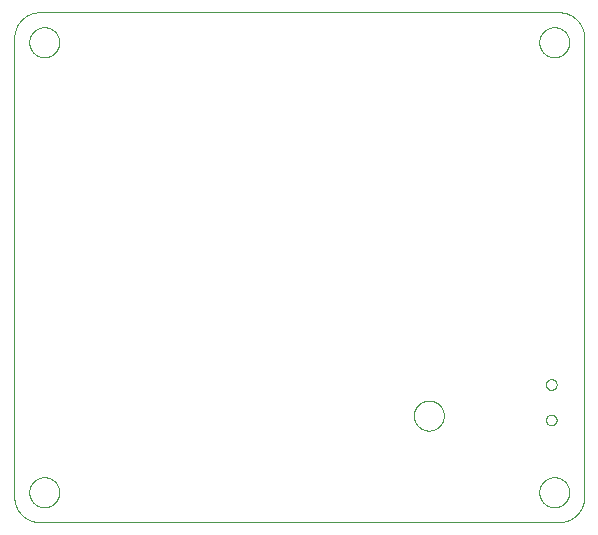
<source format=gm1>
G75*
%MOIN*%
%OFA0B0*%
%FSLAX25Y25*%
%IPPOS*%
%LPD*%
%AMOC8*
5,1,8,0,0,1.08239X$1,22.5*
%
%ADD10C,0.00000*%
D10*
X0009000Y0014936D02*
X0009000Y0167864D01*
X0009002Y0168070D01*
X0009010Y0168276D01*
X0009022Y0168482D01*
X0009040Y0168688D01*
X0009062Y0168893D01*
X0009090Y0169097D01*
X0009122Y0169301D01*
X0009159Y0169504D01*
X0009201Y0169706D01*
X0009248Y0169907D01*
X0009300Y0170106D01*
X0009356Y0170305D01*
X0009418Y0170502D01*
X0009484Y0170697D01*
X0009555Y0170891D01*
X0009630Y0171083D01*
X0009710Y0171273D01*
X0009795Y0171461D01*
X0009884Y0171647D01*
X0009978Y0171831D01*
X0010076Y0172012D01*
X0010178Y0172191D01*
X0010285Y0172368D01*
X0010396Y0172542D01*
X0010511Y0172713D01*
X0010630Y0172881D01*
X0010753Y0173047D01*
X0010881Y0173209D01*
X0011012Y0173368D01*
X0011147Y0173524D01*
X0011285Y0173677D01*
X0011428Y0173826D01*
X0011574Y0173972D01*
X0011723Y0174115D01*
X0011876Y0174253D01*
X0012032Y0174388D01*
X0012191Y0174519D01*
X0012353Y0174647D01*
X0012519Y0174770D01*
X0012687Y0174889D01*
X0012858Y0175004D01*
X0013032Y0175115D01*
X0013209Y0175222D01*
X0013388Y0175324D01*
X0013569Y0175422D01*
X0013753Y0175516D01*
X0013939Y0175605D01*
X0014127Y0175690D01*
X0014317Y0175770D01*
X0014509Y0175845D01*
X0014703Y0175916D01*
X0014898Y0175982D01*
X0015095Y0176044D01*
X0015294Y0176100D01*
X0015493Y0176152D01*
X0015694Y0176199D01*
X0015896Y0176241D01*
X0016099Y0176278D01*
X0016303Y0176310D01*
X0016507Y0176338D01*
X0016712Y0176360D01*
X0016918Y0176378D01*
X0017124Y0176390D01*
X0017330Y0176398D01*
X0017536Y0176400D01*
X0190464Y0176400D01*
X0190670Y0176398D01*
X0190876Y0176390D01*
X0191082Y0176378D01*
X0191288Y0176360D01*
X0191493Y0176338D01*
X0191697Y0176310D01*
X0191901Y0176278D01*
X0192104Y0176241D01*
X0192306Y0176199D01*
X0192507Y0176152D01*
X0192706Y0176100D01*
X0192905Y0176044D01*
X0193102Y0175982D01*
X0193297Y0175916D01*
X0193491Y0175845D01*
X0193683Y0175770D01*
X0193873Y0175690D01*
X0194061Y0175605D01*
X0194247Y0175516D01*
X0194431Y0175422D01*
X0194612Y0175324D01*
X0194791Y0175222D01*
X0194968Y0175115D01*
X0195142Y0175004D01*
X0195313Y0174889D01*
X0195481Y0174770D01*
X0195647Y0174647D01*
X0195809Y0174519D01*
X0195968Y0174388D01*
X0196124Y0174253D01*
X0196277Y0174115D01*
X0196426Y0173972D01*
X0196572Y0173826D01*
X0196715Y0173677D01*
X0196853Y0173524D01*
X0196988Y0173368D01*
X0197119Y0173209D01*
X0197247Y0173047D01*
X0197370Y0172881D01*
X0197489Y0172713D01*
X0197604Y0172542D01*
X0197715Y0172368D01*
X0197822Y0172191D01*
X0197924Y0172012D01*
X0198022Y0171831D01*
X0198116Y0171647D01*
X0198205Y0171461D01*
X0198290Y0171273D01*
X0198370Y0171083D01*
X0198445Y0170891D01*
X0198516Y0170697D01*
X0198582Y0170502D01*
X0198644Y0170305D01*
X0198700Y0170106D01*
X0198752Y0169907D01*
X0198799Y0169706D01*
X0198841Y0169504D01*
X0198878Y0169301D01*
X0198910Y0169097D01*
X0198938Y0168893D01*
X0198960Y0168688D01*
X0198978Y0168482D01*
X0198990Y0168276D01*
X0198998Y0168070D01*
X0199000Y0167864D01*
X0199000Y0014936D01*
X0198998Y0014730D01*
X0198990Y0014524D01*
X0198978Y0014318D01*
X0198960Y0014112D01*
X0198938Y0013907D01*
X0198910Y0013703D01*
X0198878Y0013499D01*
X0198841Y0013296D01*
X0198799Y0013094D01*
X0198752Y0012893D01*
X0198700Y0012694D01*
X0198644Y0012495D01*
X0198582Y0012298D01*
X0198516Y0012103D01*
X0198445Y0011909D01*
X0198370Y0011717D01*
X0198290Y0011527D01*
X0198205Y0011339D01*
X0198116Y0011153D01*
X0198022Y0010969D01*
X0197924Y0010788D01*
X0197822Y0010609D01*
X0197715Y0010432D01*
X0197604Y0010258D01*
X0197489Y0010087D01*
X0197370Y0009919D01*
X0197247Y0009753D01*
X0197119Y0009591D01*
X0196988Y0009432D01*
X0196853Y0009276D01*
X0196715Y0009123D01*
X0196572Y0008974D01*
X0196426Y0008828D01*
X0196277Y0008685D01*
X0196124Y0008547D01*
X0195968Y0008412D01*
X0195809Y0008281D01*
X0195647Y0008153D01*
X0195481Y0008030D01*
X0195313Y0007911D01*
X0195142Y0007796D01*
X0194968Y0007685D01*
X0194791Y0007578D01*
X0194612Y0007476D01*
X0194431Y0007378D01*
X0194247Y0007284D01*
X0194061Y0007195D01*
X0193873Y0007110D01*
X0193683Y0007030D01*
X0193491Y0006955D01*
X0193297Y0006884D01*
X0193102Y0006818D01*
X0192905Y0006756D01*
X0192706Y0006700D01*
X0192507Y0006648D01*
X0192306Y0006601D01*
X0192104Y0006559D01*
X0191901Y0006522D01*
X0191697Y0006490D01*
X0191493Y0006462D01*
X0191288Y0006440D01*
X0191082Y0006422D01*
X0190876Y0006410D01*
X0190670Y0006402D01*
X0190464Y0006400D01*
X0017536Y0006400D01*
X0017330Y0006402D01*
X0017124Y0006410D01*
X0016918Y0006422D01*
X0016712Y0006440D01*
X0016507Y0006462D01*
X0016303Y0006490D01*
X0016099Y0006522D01*
X0015896Y0006559D01*
X0015694Y0006601D01*
X0015493Y0006648D01*
X0015294Y0006700D01*
X0015095Y0006756D01*
X0014898Y0006818D01*
X0014703Y0006884D01*
X0014509Y0006955D01*
X0014317Y0007030D01*
X0014127Y0007110D01*
X0013939Y0007195D01*
X0013753Y0007284D01*
X0013569Y0007378D01*
X0013388Y0007476D01*
X0013209Y0007578D01*
X0013032Y0007685D01*
X0012858Y0007796D01*
X0012687Y0007911D01*
X0012519Y0008030D01*
X0012353Y0008153D01*
X0012191Y0008281D01*
X0012032Y0008412D01*
X0011876Y0008547D01*
X0011723Y0008685D01*
X0011574Y0008828D01*
X0011428Y0008974D01*
X0011285Y0009123D01*
X0011147Y0009276D01*
X0011012Y0009432D01*
X0010881Y0009591D01*
X0010753Y0009753D01*
X0010630Y0009919D01*
X0010511Y0010087D01*
X0010396Y0010258D01*
X0010285Y0010432D01*
X0010178Y0010609D01*
X0010076Y0010788D01*
X0009978Y0010969D01*
X0009884Y0011153D01*
X0009795Y0011339D01*
X0009710Y0011527D01*
X0009630Y0011717D01*
X0009555Y0011909D01*
X0009484Y0012103D01*
X0009418Y0012298D01*
X0009356Y0012495D01*
X0009300Y0012694D01*
X0009248Y0012893D01*
X0009201Y0013094D01*
X0009159Y0013296D01*
X0009122Y0013499D01*
X0009090Y0013703D01*
X0009062Y0013907D01*
X0009040Y0014112D01*
X0009022Y0014318D01*
X0009010Y0014524D01*
X0009002Y0014730D01*
X0009000Y0014936D01*
X0014000Y0016400D02*
X0014002Y0016541D01*
X0014008Y0016682D01*
X0014018Y0016822D01*
X0014032Y0016962D01*
X0014050Y0017102D01*
X0014071Y0017241D01*
X0014097Y0017380D01*
X0014126Y0017518D01*
X0014160Y0017654D01*
X0014197Y0017790D01*
X0014238Y0017925D01*
X0014283Y0018059D01*
X0014332Y0018191D01*
X0014384Y0018322D01*
X0014440Y0018451D01*
X0014500Y0018578D01*
X0014563Y0018704D01*
X0014629Y0018828D01*
X0014700Y0018951D01*
X0014773Y0019071D01*
X0014850Y0019189D01*
X0014930Y0019305D01*
X0015014Y0019418D01*
X0015100Y0019529D01*
X0015190Y0019638D01*
X0015283Y0019744D01*
X0015378Y0019847D01*
X0015477Y0019948D01*
X0015578Y0020046D01*
X0015682Y0020141D01*
X0015789Y0020233D01*
X0015898Y0020322D01*
X0016010Y0020407D01*
X0016124Y0020490D01*
X0016240Y0020570D01*
X0016359Y0020646D01*
X0016480Y0020718D01*
X0016602Y0020788D01*
X0016727Y0020853D01*
X0016853Y0020916D01*
X0016981Y0020974D01*
X0017111Y0021029D01*
X0017242Y0021081D01*
X0017375Y0021128D01*
X0017509Y0021172D01*
X0017644Y0021213D01*
X0017780Y0021249D01*
X0017917Y0021281D01*
X0018055Y0021310D01*
X0018193Y0021335D01*
X0018333Y0021355D01*
X0018473Y0021372D01*
X0018613Y0021385D01*
X0018754Y0021394D01*
X0018894Y0021399D01*
X0019035Y0021400D01*
X0019176Y0021397D01*
X0019317Y0021390D01*
X0019457Y0021379D01*
X0019597Y0021364D01*
X0019737Y0021345D01*
X0019876Y0021323D01*
X0020014Y0021296D01*
X0020152Y0021266D01*
X0020288Y0021231D01*
X0020424Y0021193D01*
X0020558Y0021151D01*
X0020692Y0021105D01*
X0020824Y0021056D01*
X0020954Y0021002D01*
X0021083Y0020945D01*
X0021210Y0020885D01*
X0021336Y0020821D01*
X0021459Y0020753D01*
X0021581Y0020682D01*
X0021701Y0020608D01*
X0021818Y0020530D01*
X0021933Y0020449D01*
X0022046Y0020365D01*
X0022157Y0020278D01*
X0022265Y0020187D01*
X0022370Y0020094D01*
X0022473Y0019997D01*
X0022573Y0019898D01*
X0022670Y0019796D01*
X0022764Y0019691D01*
X0022855Y0019584D01*
X0022943Y0019474D01*
X0023028Y0019362D01*
X0023110Y0019247D01*
X0023189Y0019130D01*
X0023264Y0019011D01*
X0023336Y0018890D01*
X0023404Y0018767D01*
X0023469Y0018642D01*
X0023531Y0018515D01*
X0023588Y0018386D01*
X0023643Y0018256D01*
X0023693Y0018125D01*
X0023740Y0017992D01*
X0023783Y0017858D01*
X0023822Y0017722D01*
X0023857Y0017586D01*
X0023889Y0017449D01*
X0023916Y0017311D01*
X0023940Y0017172D01*
X0023960Y0017032D01*
X0023976Y0016892D01*
X0023988Y0016752D01*
X0023996Y0016611D01*
X0024000Y0016470D01*
X0024000Y0016330D01*
X0023996Y0016189D01*
X0023988Y0016048D01*
X0023976Y0015908D01*
X0023960Y0015768D01*
X0023940Y0015628D01*
X0023916Y0015489D01*
X0023889Y0015351D01*
X0023857Y0015214D01*
X0023822Y0015078D01*
X0023783Y0014942D01*
X0023740Y0014808D01*
X0023693Y0014675D01*
X0023643Y0014544D01*
X0023588Y0014414D01*
X0023531Y0014285D01*
X0023469Y0014158D01*
X0023404Y0014033D01*
X0023336Y0013910D01*
X0023264Y0013789D01*
X0023189Y0013670D01*
X0023110Y0013553D01*
X0023028Y0013438D01*
X0022943Y0013326D01*
X0022855Y0013216D01*
X0022764Y0013109D01*
X0022670Y0013004D01*
X0022573Y0012902D01*
X0022473Y0012803D01*
X0022370Y0012706D01*
X0022265Y0012613D01*
X0022157Y0012522D01*
X0022046Y0012435D01*
X0021933Y0012351D01*
X0021818Y0012270D01*
X0021701Y0012192D01*
X0021581Y0012118D01*
X0021459Y0012047D01*
X0021336Y0011979D01*
X0021210Y0011915D01*
X0021083Y0011855D01*
X0020954Y0011798D01*
X0020824Y0011744D01*
X0020692Y0011695D01*
X0020558Y0011649D01*
X0020424Y0011607D01*
X0020288Y0011569D01*
X0020152Y0011534D01*
X0020014Y0011504D01*
X0019876Y0011477D01*
X0019737Y0011455D01*
X0019597Y0011436D01*
X0019457Y0011421D01*
X0019317Y0011410D01*
X0019176Y0011403D01*
X0019035Y0011400D01*
X0018894Y0011401D01*
X0018754Y0011406D01*
X0018613Y0011415D01*
X0018473Y0011428D01*
X0018333Y0011445D01*
X0018193Y0011465D01*
X0018055Y0011490D01*
X0017917Y0011519D01*
X0017780Y0011551D01*
X0017644Y0011587D01*
X0017509Y0011628D01*
X0017375Y0011672D01*
X0017242Y0011719D01*
X0017111Y0011771D01*
X0016981Y0011826D01*
X0016853Y0011884D01*
X0016727Y0011947D01*
X0016602Y0012012D01*
X0016480Y0012082D01*
X0016359Y0012154D01*
X0016240Y0012230D01*
X0016124Y0012310D01*
X0016010Y0012393D01*
X0015898Y0012478D01*
X0015789Y0012567D01*
X0015682Y0012659D01*
X0015578Y0012754D01*
X0015477Y0012852D01*
X0015378Y0012953D01*
X0015283Y0013056D01*
X0015190Y0013162D01*
X0015100Y0013271D01*
X0015014Y0013382D01*
X0014930Y0013495D01*
X0014850Y0013611D01*
X0014773Y0013729D01*
X0014700Y0013849D01*
X0014629Y0013972D01*
X0014563Y0014096D01*
X0014500Y0014222D01*
X0014440Y0014349D01*
X0014384Y0014478D01*
X0014332Y0014609D01*
X0014283Y0014741D01*
X0014238Y0014875D01*
X0014197Y0015010D01*
X0014160Y0015146D01*
X0014126Y0015282D01*
X0014097Y0015420D01*
X0014071Y0015559D01*
X0014050Y0015698D01*
X0014032Y0015838D01*
X0014018Y0015978D01*
X0014008Y0016118D01*
X0014002Y0016259D01*
X0014000Y0016400D01*
X0142189Y0041951D02*
X0142191Y0042092D01*
X0142197Y0042233D01*
X0142207Y0042373D01*
X0142221Y0042513D01*
X0142239Y0042653D01*
X0142260Y0042792D01*
X0142286Y0042931D01*
X0142315Y0043069D01*
X0142349Y0043205D01*
X0142386Y0043341D01*
X0142427Y0043476D01*
X0142472Y0043610D01*
X0142521Y0043742D01*
X0142573Y0043873D01*
X0142629Y0044002D01*
X0142689Y0044129D01*
X0142752Y0044255D01*
X0142818Y0044379D01*
X0142889Y0044502D01*
X0142962Y0044622D01*
X0143039Y0044740D01*
X0143119Y0044856D01*
X0143203Y0044969D01*
X0143289Y0045080D01*
X0143379Y0045189D01*
X0143472Y0045295D01*
X0143567Y0045398D01*
X0143666Y0045499D01*
X0143767Y0045597D01*
X0143871Y0045692D01*
X0143978Y0045784D01*
X0144087Y0045873D01*
X0144199Y0045958D01*
X0144313Y0046041D01*
X0144429Y0046121D01*
X0144548Y0046197D01*
X0144669Y0046269D01*
X0144791Y0046339D01*
X0144916Y0046404D01*
X0145042Y0046467D01*
X0145170Y0046525D01*
X0145300Y0046580D01*
X0145431Y0046632D01*
X0145564Y0046679D01*
X0145698Y0046723D01*
X0145833Y0046764D01*
X0145969Y0046800D01*
X0146106Y0046832D01*
X0146244Y0046861D01*
X0146382Y0046886D01*
X0146522Y0046906D01*
X0146662Y0046923D01*
X0146802Y0046936D01*
X0146943Y0046945D01*
X0147083Y0046950D01*
X0147224Y0046951D01*
X0147365Y0046948D01*
X0147506Y0046941D01*
X0147646Y0046930D01*
X0147786Y0046915D01*
X0147926Y0046896D01*
X0148065Y0046874D01*
X0148203Y0046847D01*
X0148341Y0046817D01*
X0148477Y0046782D01*
X0148613Y0046744D01*
X0148747Y0046702D01*
X0148881Y0046656D01*
X0149013Y0046607D01*
X0149143Y0046553D01*
X0149272Y0046496D01*
X0149399Y0046436D01*
X0149525Y0046372D01*
X0149648Y0046304D01*
X0149770Y0046233D01*
X0149890Y0046159D01*
X0150007Y0046081D01*
X0150122Y0046000D01*
X0150235Y0045916D01*
X0150346Y0045829D01*
X0150454Y0045738D01*
X0150559Y0045645D01*
X0150662Y0045548D01*
X0150762Y0045449D01*
X0150859Y0045347D01*
X0150953Y0045242D01*
X0151044Y0045135D01*
X0151132Y0045025D01*
X0151217Y0044913D01*
X0151299Y0044798D01*
X0151378Y0044681D01*
X0151453Y0044562D01*
X0151525Y0044441D01*
X0151593Y0044318D01*
X0151658Y0044193D01*
X0151720Y0044066D01*
X0151777Y0043937D01*
X0151832Y0043807D01*
X0151882Y0043676D01*
X0151929Y0043543D01*
X0151972Y0043409D01*
X0152011Y0043273D01*
X0152046Y0043137D01*
X0152078Y0043000D01*
X0152105Y0042862D01*
X0152129Y0042723D01*
X0152149Y0042583D01*
X0152165Y0042443D01*
X0152177Y0042303D01*
X0152185Y0042162D01*
X0152189Y0042021D01*
X0152189Y0041881D01*
X0152185Y0041740D01*
X0152177Y0041599D01*
X0152165Y0041459D01*
X0152149Y0041319D01*
X0152129Y0041179D01*
X0152105Y0041040D01*
X0152078Y0040902D01*
X0152046Y0040765D01*
X0152011Y0040629D01*
X0151972Y0040493D01*
X0151929Y0040359D01*
X0151882Y0040226D01*
X0151832Y0040095D01*
X0151777Y0039965D01*
X0151720Y0039836D01*
X0151658Y0039709D01*
X0151593Y0039584D01*
X0151525Y0039461D01*
X0151453Y0039340D01*
X0151378Y0039221D01*
X0151299Y0039104D01*
X0151217Y0038989D01*
X0151132Y0038877D01*
X0151044Y0038767D01*
X0150953Y0038660D01*
X0150859Y0038555D01*
X0150762Y0038453D01*
X0150662Y0038354D01*
X0150559Y0038257D01*
X0150454Y0038164D01*
X0150346Y0038073D01*
X0150235Y0037986D01*
X0150122Y0037902D01*
X0150007Y0037821D01*
X0149890Y0037743D01*
X0149770Y0037669D01*
X0149648Y0037598D01*
X0149525Y0037530D01*
X0149399Y0037466D01*
X0149272Y0037406D01*
X0149143Y0037349D01*
X0149013Y0037295D01*
X0148881Y0037246D01*
X0148747Y0037200D01*
X0148613Y0037158D01*
X0148477Y0037120D01*
X0148341Y0037085D01*
X0148203Y0037055D01*
X0148065Y0037028D01*
X0147926Y0037006D01*
X0147786Y0036987D01*
X0147646Y0036972D01*
X0147506Y0036961D01*
X0147365Y0036954D01*
X0147224Y0036951D01*
X0147083Y0036952D01*
X0146943Y0036957D01*
X0146802Y0036966D01*
X0146662Y0036979D01*
X0146522Y0036996D01*
X0146382Y0037016D01*
X0146244Y0037041D01*
X0146106Y0037070D01*
X0145969Y0037102D01*
X0145833Y0037138D01*
X0145698Y0037179D01*
X0145564Y0037223D01*
X0145431Y0037270D01*
X0145300Y0037322D01*
X0145170Y0037377D01*
X0145042Y0037435D01*
X0144916Y0037498D01*
X0144791Y0037563D01*
X0144669Y0037633D01*
X0144548Y0037705D01*
X0144429Y0037781D01*
X0144313Y0037861D01*
X0144199Y0037944D01*
X0144087Y0038029D01*
X0143978Y0038118D01*
X0143871Y0038210D01*
X0143767Y0038305D01*
X0143666Y0038403D01*
X0143567Y0038504D01*
X0143472Y0038607D01*
X0143379Y0038713D01*
X0143289Y0038822D01*
X0143203Y0038933D01*
X0143119Y0039046D01*
X0143039Y0039162D01*
X0142962Y0039280D01*
X0142889Y0039400D01*
X0142818Y0039523D01*
X0142752Y0039647D01*
X0142689Y0039773D01*
X0142629Y0039900D01*
X0142573Y0040029D01*
X0142521Y0040160D01*
X0142472Y0040292D01*
X0142427Y0040426D01*
X0142386Y0040561D01*
X0142349Y0040697D01*
X0142315Y0040833D01*
X0142286Y0040971D01*
X0142260Y0041110D01*
X0142239Y0041249D01*
X0142221Y0041389D01*
X0142207Y0041529D01*
X0142197Y0041669D01*
X0142191Y0041810D01*
X0142189Y0041951D01*
X0186228Y0040494D02*
X0186230Y0040578D01*
X0186236Y0040661D01*
X0186246Y0040744D01*
X0186260Y0040827D01*
X0186277Y0040909D01*
X0186299Y0040990D01*
X0186324Y0041069D01*
X0186353Y0041148D01*
X0186386Y0041225D01*
X0186422Y0041300D01*
X0186462Y0041374D01*
X0186505Y0041446D01*
X0186552Y0041515D01*
X0186602Y0041582D01*
X0186655Y0041647D01*
X0186711Y0041709D01*
X0186769Y0041769D01*
X0186831Y0041826D01*
X0186895Y0041879D01*
X0186962Y0041930D01*
X0187031Y0041977D01*
X0187102Y0042022D01*
X0187175Y0042062D01*
X0187250Y0042099D01*
X0187327Y0042133D01*
X0187405Y0042163D01*
X0187484Y0042189D01*
X0187565Y0042212D01*
X0187647Y0042230D01*
X0187729Y0042245D01*
X0187812Y0042256D01*
X0187895Y0042263D01*
X0187979Y0042266D01*
X0188063Y0042265D01*
X0188146Y0042260D01*
X0188230Y0042251D01*
X0188312Y0042238D01*
X0188394Y0042222D01*
X0188475Y0042201D01*
X0188556Y0042177D01*
X0188634Y0042149D01*
X0188712Y0042117D01*
X0188788Y0042081D01*
X0188862Y0042042D01*
X0188934Y0042000D01*
X0189004Y0041954D01*
X0189072Y0041905D01*
X0189137Y0041853D01*
X0189200Y0041798D01*
X0189260Y0041740D01*
X0189318Y0041679D01*
X0189372Y0041615D01*
X0189424Y0041549D01*
X0189472Y0041481D01*
X0189517Y0041410D01*
X0189558Y0041337D01*
X0189597Y0041263D01*
X0189631Y0041187D01*
X0189662Y0041109D01*
X0189689Y0041030D01*
X0189713Y0040949D01*
X0189732Y0040868D01*
X0189748Y0040786D01*
X0189760Y0040703D01*
X0189768Y0040619D01*
X0189772Y0040536D01*
X0189772Y0040452D01*
X0189768Y0040369D01*
X0189760Y0040285D01*
X0189748Y0040202D01*
X0189732Y0040120D01*
X0189713Y0040039D01*
X0189689Y0039958D01*
X0189662Y0039879D01*
X0189631Y0039801D01*
X0189597Y0039725D01*
X0189558Y0039651D01*
X0189517Y0039578D01*
X0189472Y0039507D01*
X0189424Y0039439D01*
X0189372Y0039373D01*
X0189318Y0039309D01*
X0189260Y0039248D01*
X0189200Y0039190D01*
X0189137Y0039135D01*
X0189072Y0039083D01*
X0189004Y0039034D01*
X0188934Y0038988D01*
X0188862Y0038946D01*
X0188788Y0038907D01*
X0188712Y0038871D01*
X0188634Y0038839D01*
X0188556Y0038811D01*
X0188475Y0038787D01*
X0188394Y0038766D01*
X0188312Y0038750D01*
X0188230Y0038737D01*
X0188146Y0038728D01*
X0188063Y0038723D01*
X0187979Y0038722D01*
X0187895Y0038725D01*
X0187812Y0038732D01*
X0187729Y0038743D01*
X0187647Y0038758D01*
X0187565Y0038776D01*
X0187484Y0038799D01*
X0187405Y0038825D01*
X0187327Y0038855D01*
X0187250Y0038889D01*
X0187175Y0038926D01*
X0187102Y0038966D01*
X0187031Y0039011D01*
X0186962Y0039058D01*
X0186895Y0039109D01*
X0186831Y0039162D01*
X0186769Y0039219D01*
X0186711Y0039279D01*
X0186655Y0039341D01*
X0186602Y0039406D01*
X0186552Y0039473D01*
X0186505Y0039542D01*
X0186462Y0039614D01*
X0186422Y0039688D01*
X0186386Y0039763D01*
X0186353Y0039840D01*
X0186324Y0039919D01*
X0186299Y0039998D01*
X0186277Y0040079D01*
X0186260Y0040161D01*
X0186246Y0040244D01*
X0186236Y0040327D01*
X0186230Y0040410D01*
X0186228Y0040494D01*
X0186228Y0052306D02*
X0186230Y0052390D01*
X0186236Y0052473D01*
X0186246Y0052556D01*
X0186260Y0052639D01*
X0186277Y0052721D01*
X0186299Y0052802D01*
X0186324Y0052881D01*
X0186353Y0052960D01*
X0186386Y0053037D01*
X0186422Y0053112D01*
X0186462Y0053186D01*
X0186505Y0053258D01*
X0186552Y0053327D01*
X0186602Y0053394D01*
X0186655Y0053459D01*
X0186711Y0053521D01*
X0186769Y0053581D01*
X0186831Y0053638D01*
X0186895Y0053691D01*
X0186962Y0053742D01*
X0187031Y0053789D01*
X0187102Y0053834D01*
X0187175Y0053874D01*
X0187250Y0053911D01*
X0187327Y0053945D01*
X0187405Y0053975D01*
X0187484Y0054001D01*
X0187565Y0054024D01*
X0187647Y0054042D01*
X0187729Y0054057D01*
X0187812Y0054068D01*
X0187895Y0054075D01*
X0187979Y0054078D01*
X0188063Y0054077D01*
X0188146Y0054072D01*
X0188230Y0054063D01*
X0188312Y0054050D01*
X0188394Y0054034D01*
X0188475Y0054013D01*
X0188556Y0053989D01*
X0188634Y0053961D01*
X0188712Y0053929D01*
X0188788Y0053893D01*
X0188862Y0053854D01*
X0188934Y0053812D01*
X0189004Y0053766D01*
X0189072Y0053717D01*
X0189137Y0053665D01*
X0189200Y0053610D01*
X0189260Y0053552D01*
X0189318Y0053491D01*
X0189372Y0053427D01*
X0189424Y0053361D01*
X0189472Y0053293D01*
X0189517Y0053222D01*
X0189558Y0053149D01*
X0189597Y0053075D01*
X0189631Y0052999D01*
X0189662Y0052921D01*
X0189689Y0052842D01*
X0189713Y0052761D01*
X0189732Y0052680D01*
X0189748Y0052598D01*
X0189760Y0052515D01*
X0189768Y0052431D01*
X0189772Y0052348D01*
X0189772Y0052264D01*
X0189768Y0052181D01*
X0189760Y0052097D01*
X0189748Y0052014D01*
X0189732Y0051932D01*
X0189713Y0051851D01*
X0189689Y0051770D01*
X0189662Y0051691D01*
X0189631Y0051613D01*
X0189597Y0051537D01*
X0189558Y0051463D01*
X0189517Y0051390D01*
X0189472Y0051319D01*
X0189424Y0051251D01*
X0189372Y0051185D01*
X0189318Y0051121D01*
X0189260Y0051060D01*
X0189200Y0051002D01*
X0189137Y0050947D01*
X0189072Y0050895D01*
X0189004Y0050846D01*
X0188934Y0050800D01*
X0188862Y0050758D01*
X0188788Y0050719D01*
X0188712Y0050683D01*
X0188634Y0050651D01*
X0188556Y0050623D01*
X0188475Y0050599D01*
X0188394Y0050578D01*
X0188312Y0050562D01*
X0188230Y0050549D01*
X0188146Y0050540D01*
X0188063Y0050535D01*
X0187979Y0050534D01*
X0187895Y0050537D01*
X0187812Y0050544D01*
X0187729Y0050555D01*
X0187647Y0050570D01*
X0187565Y0050588D01*
X0187484Y0050611D01*
X0187405Y0050637D01*
X0187327Y0050667D01*
X0187250Y0050701D01*
X0187175Y0050738D01*
X0187102Y0050778D01*
X0187031Y0050823D01*
X0186962Y0050870D01*
X0186895Y0050921D01*
X0186831Y0050974D01*
X0186769Y0051031D01*
X0186711Y0051091D01*
X0186655Y0051153D01*
X0186602Y0051218D01*
X0186552Y0051285D01*
X0186505Y0051354D01*
X0186462Y0051426D01*
X0186422Y0051500D01*
X0186386Y0051575D01*
X0186353Y0051652D01*
X0186324Y0051731D01*
X0186299Y0051810D01*
X0186277Y0051891D01*
X0186260Y0051973D01*
X0186246Y0052056D01*
X0186236Y0052139D01*
X0186230Y0052222D01*
X0186228Y0052306D01*
X0184000Y0016400D02*
X0184002Y0016541D01*
X0184008Y0016682D01*
X0184018Y0016822D01*
X0184032Y0016962D01*
X0184050Y0017102D01*
X0184071Y0017241D01*
X0184097Y0017380D01*
X0184126Y0017518D01*
X0184160Y0017654D01*
X0184197Y0017790D01*
X0184238Y0017925D01*
X0184283Y0018059D01*
X0184332Y0018191D01*
X0184384Y0018322D01*
X0184440Y0018451D01*
X0184500Y0018578D01*
X0184563Y0018704D01*
X0184629Y0018828D01*
X0184700Y0018951D01*
X0184773Y0019071D01*
X0184850Y0019189D01*
X0184930Y0019305D01*
X0185014Y0019418D01*
X0185100Y0019529D01*
X0185190Y0019638D01*
X0185283Y0019744D01*
X0185378Y0019847D01*
X0185477Y0019948D01*
X0185578Y0020046D01*
X0185682Y0020141D01*
X0185789Y0020233D01*
X0185898Y0020322D01*
X0186010Y0020407D01*
X0186124Y0020490D01*
X0186240Y0020570D01*
X0186359Y0020646D01*
X0186480Y0020718D01*
X0186602Y0020788D01*
X0186727Y0020853D01*
X0186853Y0020916D01*
X0186981Y0020974D01*
X0187111Y0021029D01*
X0187242Y0021081D01*
X0187375Y0021128D01*
X0187509Y0021172D01*
X0187644Y0021213D01*
X0187780Y0021249D01*
X0187917Y0021281D01*
X0188055Y0021310D01*
X0188193Y0021335D01*
X0188333Y0021355D01*
X0188473Y0021372D01*
X0188613Y0021385D01*
X0188754Y0021394D01*
X0188894Y0021399D01*
X0189035Y0021400D01*
X0189176Y0021397D01*
X0189317Y0021390D01*
X0189457Y0021379D01*
X0189597Y0021364D01*
X0189737Y0021345D01*
X0189876Y0021323D01*
X0190014Y0021296D01*
X0190152Y0021266D01*
X0190288Y0021231D01*
X0190424Y0021193D01*
X0190558Y0021151D01*
X0190692Y0021105D01*
X0190824Y0021056D01*
X0190954Y0021002D01*
X0191083Y0020945D01*
X0191210Y0020885D01*
X0191336Y0020821D01*
X0191459Y0020753D01*
X0191581Y0020682D01*
X0191701Y0020608D01*
X0191818Y0020530D01*
X0191933Y0020449D01*
X0192046Y0020365D01*
X0192157Y0020278D01*
X0192265Y0020187D01*
X0192370Y0020094D01*
X0192473Y0019997D01*
X0192573Y0019898D01*
X0192670Y0019796D01*
X0192764Y0019691D01*
X0192855Y0019584D01*
X0192943Y0019474D01*
X0193028Y0019362D01*
X0193110Y0019247D01*
X0193189Y0019130D01*
X0193264Y0019011D01*
X0193336Y0018890D01*
X0193404Y0018767D01*
X0193469Y0018642D01*
X0193531Y0018515D01*
X0193588Y0018386D01*
X0193643Y0018256D01*
X0193693Y0018125D01*
X0193740Y0017992D01*
X0193783Y0017858D01*
X0193822Y0017722D01*
X0193857Y0017586D01*
X0193889Y0017449D01*
X0193916Y0017311D01*
X0193940Y0017172D01*
X0193960Y0017032D01*
X0193976Y0016892D01*
X0193988Y0016752D01*
X0193996Y0016611D01*
X0194000Y0016470D01*
X0194000Y0016330D01*
X0193996Y0016189D01*
X0193988Y0016048D01*
X0193976Y0015908D01*
X0193960Y0015768D01*
X0193940Y0015628D01*
X0193916Y0015489D01*
X0193889Y0015351D01*
X0193857Y0015214D01*
X0193822Y0015078D01*
X0193783Y0014942D01*
X0193740Y0014808D01*
X0193693Y0014675D01*
X0193643Y0014544D01*
X0193588Y0014414D01*
X0193531Y0014285D01*
X0193469Y0014158D01*
X0193404Y0014033D01*
X0193336Y0013910D01*
X0193264Y0013789D01*
X0193189Y0013670D01*
X0193110Y0013553D01*
X0193028Y0013438D01*
X0192943Y0013326D01*
X0192855Y0013216D01*
X0192764Y0013109D01*
X0192670Y0013004D01*
X0192573Y0012902D01*
X0192473Y0012803D01*
X0192370Y0012706D01*
X0192265Y0012613D01*
X0192157Y0012522D01*
X0192046Y0012435D01*
X0191933Y0012351D01*
X0191818Y0012270D01*
X0191701Y0012192D01*
X0191581Y0012118D01*
X0191459Y0012047D01*
X0191336Y0011979D01*
X0191210Y0011915D01*
X0191083Y0011855D01*
X0190954Y0011798D01*
X0190824Y0011744D01*
X0190692Y0011695D01*
X0190558Y0011649D01*
X0190424Y0011607D01*
X0190288Y0011569D01*
X0190152Y0011534D01*
X0190014Y0011504D01*
X0189876Y0011477D01*
X0189737Y0011455D01*
X0189597Y0011436D01*
X0189457Y0011421D01*
X0189317Y0011410D01*
X0189176Y0011403D01*
X0189035Y0011400D01*
X0188894Y0011401D01*
X0188754Y0011406D01*
X0188613Y0011415D01*
X0188473Y0011428D01*
X0188333Y0011445D01*
X0188193Y0011465D01*
X0188055Y0011490D01*
X0187917Y0011519D01*
X0187780Y0011551D01*
X0187644Y0011587D01*
X0187509Y0011628D01*
X0187375Y0011672D01*
X0187242Y0011719D01*
X0187111Y0011771D01*
X0186981Y0011826D01*
X0186853Y0011884D01*
X0186727Y0011947D01*
X0186602Y0012012D01*
X0186480Y0012082D01*
X0186359Y0012154D01*
X0186240Y0012230D01*
X0186124Y0012310D01*
X0186010Y0012393D01*
X0185898Y0012478D01*
X0185789Y0012567D01*
X0185682Y0012659D01*
X0185578Y0012754D01*
X0185477Y0012852D01*
X0185378Y0012953D01*
X0185283Y0013056D01*
X0185190Y0013162D01*
X0185100Y0013271D01*
X0185014Y0013382D01*
X0184930Y0013495D01*
X0184850Y0013611D01*
X0184773Y0013729D01*
X0184700Y0013849D01*
X0184629Y0013972D01*
X0184563Y0014096D01*
X0184500Y0014222D01*
X0184440Y0014349D01*
X0184384Y0014478D01*
X0184332Y0014609D01*
X0184283Y0014741D01*
X0184238Y0014875D01*
X0184197Y0015010D01*
X0184160Y0015146D01*
X0184126Y0015282D01*
X0184097Y0015420D01*
X0184071Y0015559D01*
X0184050Y0015698D01*
X0184032Y0015838D01*
X0184018Y0015978D01*
X0184008Y0016118D01*
X0184002Y0016259D01*
X0184000Y0016400D01*
X0184000Y0166400D02*
X0184002Y0166541D01*
X0184008Y0166682D01*
X0184018Y0166822D01*
X0184032Y0166962D01*
X0184050Y0167102D01*
X0184071Y0167241D01*
X0184097Y0167380D01*
X0184126Y0167518D01*
X0184160Y0167654D01*
X0184197Y0167790D01*
X0184238Y0167925D01*
X0184283Y0168059D01*
X0184332Y0168191D01*
X0184384Y0168322D01*
X0184440Y0168451D01*
X0184500Y0168578D01*
X0184563Y0168704D01*
X0184629Y0168828D01*
X0184700Y0168951D01*
X0184773Y0169071D01*
X0184850Y0169189D01*
X0184930Y0169305D01*
X0185014Y0169418D01*
X0185100Y0169529D01*
X0185190Y0169638D01*
X0185283Y0169744D01*
X0185378Y0169847D01*
X0185477Y0169948D01*
X0185578Y0170046D01*
X0185682Y0170141D01*
X0185789Y0170233D01*
X0185898Y0170322D01*
X0186010Y0170407D01*
X0186124Y0170490D01*
X0186240Y0170570D01*
X0186359Y0170646D01*
X0186480Y0170718D01*
X0186602Y0170788D01*
X0186727Y0170853D01*
X0186853Y0170916D01*
X0186981Y0170974D01*
X0187111Y0171029D01*
X0187242Y0171081D01*
X0187375Y0171128D01*
X0187509Y0171172D01*
X0187644Y0171213D01*
X0187780Y0171249D01*
X0187917Y0171281D01*
X0188055Y0171310D01*
X0188193Y0171335D01*
X0188333Y0171355D01*
X0188473Y0171372D01*
X0188613Y0171385D01*
X0188754Y0171394D01*
X0188894Y0171399D01*
X0189035Y0171400D01*
X0189176Y0171397D01*
X0189317Y0171390D01*
X0189457Y0171379D01*
X0189597Y0171364D01*
X0189737Y0171345D01*
X0189876Y0171323D01*
X0190014Y0171296D01*
X0190152Y0171266D01*
X0190288Y0171231D01*
X0190424Y0171193D01*
X0190558Y0171151D01*
X0190692Y0171105D01*
X0190824Y0171056D01*
X0190954Y0171002D01*
X0191083Y0170945D01*
X0191210Y0170885D01*
X0191336Y0170821D01*
X0191459Y0170753D01*
X0191581Y0170682D01*
X0191701Y0170608D01*
X0191818Y0170530D01*
X0191933Y0170449D01*
X0192046Y0170365D01*
X0192157Y0170278D01*
X0192265Y0170187D01*
X0192370Y0170094D01*
X0192473Y0169997D01*
X0192573Y0169898D01*
X0192670Y0169796D01*
X0192764Y0169691D01*
X0192855Y0169584D01*
X0192943Y0169474D01*
X0193028Y0169362D01*
X0193110Y0169247D01*
X0193189Y0169130D01*
X0193264Y0169011D01*
X0193336Y0168890D01*
X0193404Y0168767D01*
X0193469Y0168642D01*
X0193531Y0168515D01*
X0193588Y0168386D01*
X0193643Y0168256D01*
X0193693Y0168125D01*
X0193740Y0167992D01*
X0193783Y0167858D01*
X0193822Y0167722D01*
X0193857Y0167586D01*
X0193889Y0167449D01*
X0193916Y0167311D01*
X0193940Y0167172D01*
X0193960Y0167032D01*
X0193976Y0166892D01*
X0193988Y0166752D01*
X0193996Y0166611D01*
X0194000Y0166470D01*
X0194000Y0166330D01*
X0193996Y0166189D01*
X0193988Y0166048D01*
X0193976Y0165908D01*
X0193960Y0165768D01*
X0193940Y0165628D01*
X0193916Y0165489D01*
X0193889Y0165351D01*
X0193857Y0165214D01*
X0193822Y0165078D01*
X0193783Y0164942D01*
X0193740Y0164808D01*
X0193693Y0164675D01*
X0193643Y0164544D01*
X0193588Y0164414D01*
X0193531Y0164285D01*
X0193469Y0164158D01*
X0193404Y0164033D01*
X0193336Y0163910D01*
X0193264Y0163789D01*
X0193189Y0163670D01*
X0193110Y0163553D01*
X0193028Y0163438D01*
X0192943Y0163326D01*
X0192855Y0163216D01*
X0192764Y0163109D01*
X0192670Y0163004D01*
X0192573Y0162902D01*
X0192473Y0162803D01*
X0192370Y0162706D01*
X0192265Y0162613D01*
X0192157Y0162522D01*
X0192046Y0162435D01*
X0191933Y0162351D01*
X0191818Y0162270D01*
X0191701Y0162192D01*
X0191581Y0162118D01*
X0191459Y0162047D01*
X0191336Y0161979D01*
X0191210Y0161915D01*
X0191083Y0161855D01*
X0190954Y0161798D01*
X0190824Y0161744D01*
X0190692Y0161695D01*
X0190558Y0161649D01*
X0190424Y0161607D01*
X0190288Y0161569D01*
X0190152Y0161534D01*
X0190014Y0161504D01*
X0189876Y0161477D01*
X0189737Y0161455D01*
X0189597Y0161436D01*
X0189457Y0161421D01*
X0189317Y0161410D01*
X0189176Y0161403D01*
X0189035Y0161400D01*
X0188894Y0161401D01*
X0188754Y0161406D01*
X0188613Y0161415D01*
X0188473Y0161428D01*
X0188333Y0161445D01*
X0188193Y0161465D01*
X0188055Y0161490D01*
X0187917Y0161519D01*
X0187780Y0161551D01*
X0187644Y0161587D01*
X0187509Y0161628D01*
X0187375Y0161672D01*
X0187242Y0161719D01*
X0187111Y0161771D01*
X0186981Y0161826D01*
X0186853Y0161884D01*
X0186727Y0161947D01*
X0186602Y0162012D01*
X0186480Y0162082D01*
X0186359Y0162154D01*
X0186240Y0162230D01*
X0186124Y0162310D01*
X0186010Y0162393D01*
X0185898Y0162478D01*
X0185789Y0162567D01*
X0185682Y0162659D01*
X0185578Y0162754D01*
X0185477Y0162852D01*
X0185378Y0162953D01*
X0185283Y0163056D01*
X0185190Y0163162D01*
X0185100Y0163271D01*
X0185014Y0163382D01*
X0184930Y0163495D01*
X0184850Y0163611D01*
X0184773Y0163729D01*
X0184700Y0163849D01*
X0184629Y0163972D01*
X0184563Y0164096D01*
X0184500Y0164222D01*
X0184440Y0164349D01*
X0184384Y0164478D01*
X0184332Y0164609D01*
X0184283Y0164741D01*
X0184238Y0164875D01*
X0184197Y0165010D01*
X0184160Y0165146D01*
X0184126Y0165282D01*
X0184097Y0165420D01*
X0184071Y0165559D01*
X0184050Y0165698D01*
X0184032Y0165838D01*
X0184018Y0165978D01*
X0184008Y0166118D01*
X0184002Y0166259D01*
X0184000Y0166400D01*
X0014000Y0166400D02*
X0014002Y0166541D01*
X0014008Y0166682D01*
X0014018Y0166822D01*
X0014032Y0166962D01*
X0014050Y0167102D01*
X0014071Y0167241D01*
X0014097Y0167380D01*
X0014126Y0167518D01*
X0014160Y0167654D01*
X0014197Y0167790D01*
X0014238Y0167925D01*
X0014283Y0168059D01*
X0014332Y0168191D01*
X0014384Y0168322D01*
X0014440Y0168451D01*
X0014500Y0168578D01*
X0014563Y0168704D01*
X0014629Y0168828D01*
X0014700Y0168951D01*
X0014773Y0169071D01*
X0014850Y0169189D01*
X0014930Y0169305D01*
X0015014Y0169418D01*
X0015100Y0169529D01*
X0015190Y0169638D01*
X0015283Y0169744D01*
X0015378Y0169847D01*
X0015477Y0169948D01*
X0015578Y0170046D01*
X0015682Y0170141D01*
X0015789Y0170233D01*
X0015898Y0170322D01*
X0016010Y0170407D01*
X0016124Y0170490D01*
X0016240Y0170570D01*
X0016359Y0170646D01*
X0016480Y0170718D01*
X0016602Y0170788D01*
X0016727Y0170853D01*
X0016853Y0170916D01*
X0016981Y0170974D01*
X0017111Y0171029D01*
X0017242Y0171081D01*
X0017375Y0171128D01*
X0017509Y0171172D01*
X0017644Y0171213D01*
X0017780Y0171249D01*
X0017917Y0171281D01*
X0018055Y0171310D01*
X0018193Y0171335D01*
X0018333Y0171355D01*
X0018473Y0171372D01*
X0018613Y0171385D01*
X0018754Y0171394D01*
X0018894Y0171399D01*
X0019035Y0171400D01*
X0019176Y0171397D01*
X0019317Y0171390D01*
X0019457Y0171379D01*
X0019597Y0171364D01*
X0019737Y0171345D01*
X0019876Y0171323D01*
X0020014Y0171296D01*
X0020152Y0171266D01*
X0020288Y0171231D01*
X0020424Y0171193D01*
X0020558Y0171151D01*
X0020692Y0171105D01*
X0020824Y0171056D01*
X0020954Y0171002D01*
X0021083Y0170945D01*
X0021210Y0170885D01*
X0021336Y0170821D01*
X0021459Y0170753D01*
X0021581Y0170682D01*
X0021701Y0170608D01*
X0021818Y0170530D01*
X0021933Y0170449D01*
X0022046Y0170365D01*
X0022157Y0170278D01*
X0022265Y0170187D01*
X0022370Y0170094D01*
X0022473Y0169997D01*
X0022573Y0169898D01*
X0022670Y0169796D01*
X0022764Y0169691D01*
X0022855Y0169584D01*
X0022943Y0169474D01*
X0023028Y0169362D01*
X0023110Y0169247D01*
X0023189Y0169130D01*
X0023264Y0169011D01*
X0023336Y0168890D01*
X0023404Y0168767D01*
X0023469Y0168642D01*
X0023531Y0168515D01*
X0023588Y0168386D01*
X0023643Y0168256D01*
X0023693Y0168125D01*
X0023740Y0167992D01*
X0023783Y0167858D01*
X0023822Y0167722D01*
X0023857Y0167586D01*
X0023889Y0167449D01*
X0023916Y0167311D01*
X0023940Y0167172D01*
X0023960Y0167032D01*
X0023976Y0166892D01*
X0023988Y0166752D01*
X0023996Y0166611D01*
X0024000Y0166470D01*
X0024000Y0166330D01*
X0023996Y0166189D01*
X0023988Y0166048D01*
X0023976Y0165908D01*
X0023960Y0165768D01*
X0023940Y0165628D01*
X0023916Y0165489D01*
X0023889Y0165351D01*
X0023857Y0165214D01*
X0023822Y0165078D01*
X0023783Y0164942D01*
X0023740Y0164808D01*
X0023693Y0164675D01*
X0023643Y0164544D01*
X0023588Y0164414D01*
X0023531Y0164285D01*
X0023469Y0164158D01*
X0023404Y0164033D01*
X0023336Y0163910D01*
X0023264Y0163789D01*
X0023189Y0163670D01*
X0023110Y0163553D01*
X0023028Y0163438D01*
X0022943Y0163326D01*
X0022855Y0163216D01*
X0022764Y0163109D01*
X0022670Y0163004D01*
X0022573Y0162902D01*
X0022473Y0162803D01*
X0022370Y0162706D01*
X0022265Y0162613D01*
X0022157Y0162522D01*
X0022046Y0162435D01*
X0021933Y0162351D01*
X0021818Y0162270D01*
X0021701Y0162192D01*
X0021581Y0162118D01*
X0021459Y0162047D01*
X0021336Y0161979D01*
X0021210Y0161915D01*
X0021083Y0161855D01*
X0020954Y0161798D01*
X0020824Y0161744D01*
X0020692Y0161695D01*
X0020558Y0161649D01*
X0020424Y0161607D01*
X0020288Y0161569D01*
X0020152Y0161534D01*
X0020014Y0161504D01*
X0019876Y0161477D01*
X0019737Y0161455D01*
X0019597Y0161436D01*
X0019457Y0161421D01*
X0019317Y0161410D01*
X0019176Y0161403D01*
X0019035Y0161400D01*
X0018894Y0161401D01*
X0018754Y0161406D01*
X0018613Y0161415D01*
X0018473Y0161428D01*
X0018333Y0161445D01*
X0018193Y0161465D01*
X0018055Y0161490D01*
X0017917Y0161519D01*
X0017780Y0161551D01*
X0017644Y0161587D01*
X0017509Y0161628D01*
X0017375Y0161672D01*
X0017242Y0161719D01*
X0017111Y0161771D01*
X0016981Y0161826D01*
X0016853Y0161884D01*
X0016727Y0161947D01*
X0016602Y0162012D01*
X0016480Y0162082D01*
X0016359Y0162154D01*
X0016240Y0162230D01*
X0016124Y0162310D01*
X0016010Y0162393D01*
X0015898Y0162478D01*
X0015789Y0162567D01*
X0015682Y0162659D01*
X0015578Y0162754D01*
X0015477Y0162852D01*
X0015378Y0162953D01*
X0015283Y0163056D01*
X0015190Y0163162D01*
X0015100Y0163271D01*
X0015014Y0163382D01*
X0014930Y0163495D01*
X0014850Y0163611D01*
X0014773Y0163729D01*
X0014700Y0163849D01*
X0014629Y0163972D01*
X0014563Y0164096D01*
X0014500Y0164222D01*
X0014440Y0164349D01*
X0014384Y0164478D01*
X0014332Y0164609D01*
X0014283Y0164741D01*
X0014238Y0164875D01*
X0014197Y0165010D01*
X0014160Y0165146D01*
X0014126Y0165282D01*
X0014097Y0165420D01*
X0014071Y0165559D01*
X0014050Y0165698D01*
X0014032Y0165838D01*
X0014018Y0165978D01*
X0014008Y0166118D01*
X0014002Y0166259D01*
X0014000Y0166400D01*
M02*

</source>
